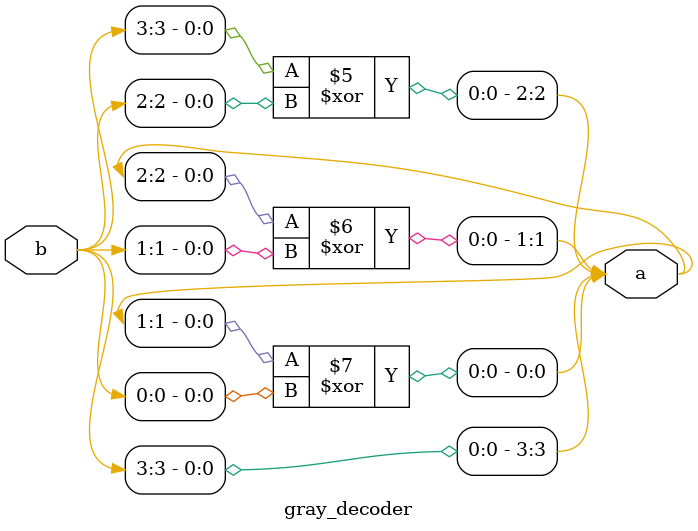
<source format=sv>
module gray_decoder(

    input [3:0] b,
    output reg [3:0] a

);

always@(*) begin
    for(int i = 3; i >= 0; i--)begin
        if (i == 3)
             a[i] = b[i];
        else
             a[i] = a[i+1] ^ b[i];
    end
end

endmodule

</source>
